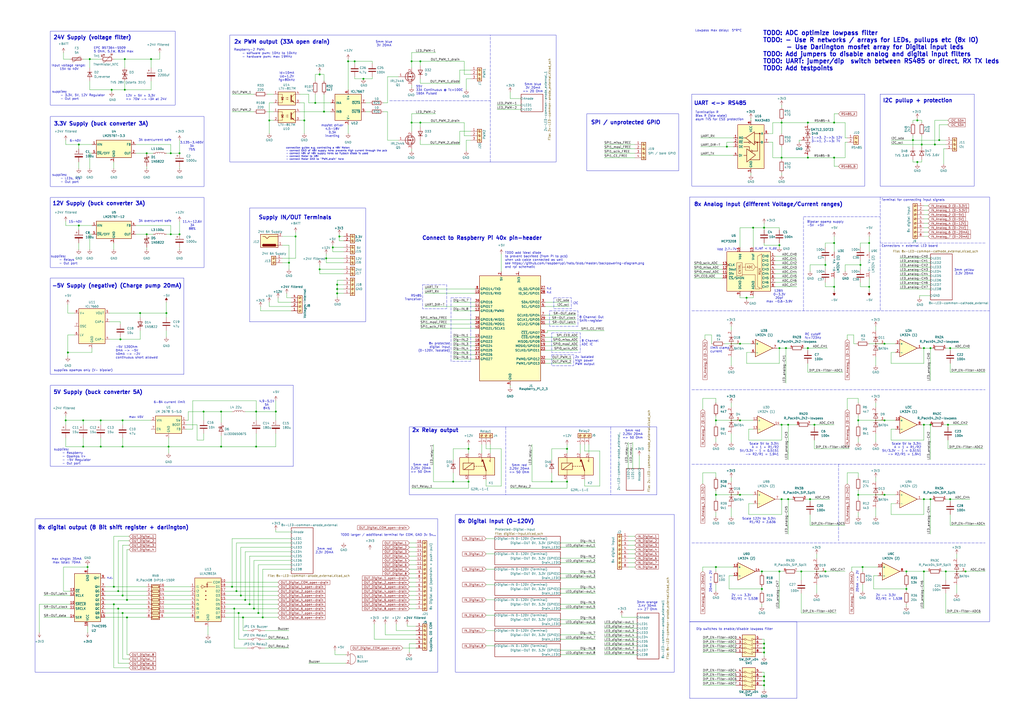
<source format=kicad_sch>
(kicad_sch
	(version 20231120)
	(generator "eeschema")
	(generator_version "8.0")
	(uuid "af4d11a6-73e1-4c39-a25e-5fe7dfa07237")
	(paper "A2")
	
	(junction
		(at 139.7 345.44)
		(diameter 0)
		(color 0 0 0 0)
		(uuid "01a8e618-7e14-4882-9136-a12536116a47")
	)
	(junction
		(at 48.26 259.08)
		(diameter 0)
		(color 0 0 0 0)
		(uuid "04e54955-95ed-4070-adbb-7cee1b2c7a8b")
	)
	(junction
		(at 135.89 353.06)
		(diameter 0)
		(color 0 0 0 0)
		(uuid "05eca1c0-0042-44d8-82a8-b1f48175c33d")
	)
	(junction
		(at 483.87 91.44)
		(diameter 0)
		(color 0 0 0 0)
		(uuid "06f335d7-63de-4572-a20a-022b6c7f93c9")
	)
	(junction
		(at 542.29 83.82)
		(diameter 0)
		(color 0 0 0 0)
		(uuid "072c8fc6-89d0-4715-8ea4-dd9134761f17")
	)
	(junction
		(at 529.59 81.28)
		(diameter 0)
		(color 0 0 0 0)
		(uuid "07823899-5798-4592-8eff-8b1fe5858f30")
	)
	(junction
		(at 210.82 45.72)
		(diameter 0)
		(color 0 0 0 0)
		(uuid "0c7b1ae2-c684-4906-92c2-8dfa0b9613b9")
	)
	(junction
		(at 182.88 59.69)
		(diameter 0)
		(color 0 0 0 0)
		(uuid "0eedc99b-ff42-4961-8286-6066dee5c8fe")
	)
	(junction
		(at 504.19 140.97)
		(diameter 0)
		(color 0 0 0 0)
		(uuid "0f3fa599-affa-44c6-8b85-24ce12db14ea")
	)
	(junction
		(at 66.04 340.36)
		(diameter 0)
		(color 0 0 0 0)
		(uuid "10026633-9ac7-4b72-aa53-10151f42da81")
	)
	(junction
		(at 71.12 243.84)
		(diameter 0)
		(color 0 0 0 0)
		(uuid "105d8991-ac05-4276-b194-5060bc474cf0")
	)
	(junction
		(at 176.53 69.85)
		(diameter 0)
		(color 0 0 0 0)
		(uuid "11580b8b-6675-41d3-b33d-e1ed958eda93")
	)
	(junction
		(at 152.4 358.14)
		(diameter 0)
		(color 0 0 0 0)
		(uuid "119c3b35-4b9f-4318-9220-02559deba15e")
	)
	(junction
		(at 185.42 43.18)
		(diameter 0)
		(color 0 0 0 0)
		(uuid "14ee932b-b4bf-415b-ab21-01e0b930417b")
	)
	(junction
		(at 513.08 243.84)
		(diameter 0)
		(color 0 0 0 0)
		(uuid "14fcd33f-6a27-4b5c-bd8a-16602ae94ce3")
	)
	(junction
		(at 39.37 204.47)
		(diameter 0)
		(color 0 0 0 0)
		(uuid "16107448-b037-4021-a9bb-1fb19d6f36c7")
	)
	(junction
		(at 468.63 71.12)
		(diameter 0)
		(color 0 0 0 0)
		(uuid "1827b75e-5515-4844-a399-117e6918fd73")
	)
	(junction
		(at 532.13 93.98)
		(diameter 0)
		(color 0 0 0 0)
		(uuid "1c476741-4a7f-44e7-a84a-5b0fc50d1df8")
	)
	(junction
		(at 72.39 52.07)
		(diameter 0)
		(color 0 0 0 0)
		(uuid "1ca1e8b3-a925-433d-8b97-4bcdb1b98a40")
	)
	(junction
		(at 483.87 166.37)
		(diameter 0)
		(color 0 0 0 0)
		(uuid "1f83392c-f6f4-4c47-92c7-6541609902a5")
	)
	(junction
		(at 504.19 166.37)
		(diameter 0)
		(color 0 0 0 0)
		(uuid "1ff1815a-ddb0-4907-bed1-18b8fe5665e3")
	)
	(junction
		(at 457.2 246.38)
		(diameter 0)
		(color 0 0 0 0)
		(uuid "209182a8-b4b9-40cd-b5b2-bd90b860e927")
	)
	(junction
		(at 271.78 260.35)
		(diameter 0)
		(color 0 0 0 0)
		(uuid "213f96fc-26d9-4cf1-83bd-f4336ef00b81")
	)
	(junction
		(at 320.04 279.4)
		(diameter 0)
		(color 0 0 0 0)
		(uuid "236f3f4e-76e9-4351-baf1-7665cdb427aa")
	)
	(junction
		(at 144.78 350.52)
		(diameter 0)
		(color 0 0 0 0)
		(uuid "24719f92-8210-4aa7-b4fb-885fcf560860")
	)
	(junction
		(at 128.27 238.76)
		(diameter 0)
		(color 0 0 0 0)
		(uuid "28045595-b22a-4b06-9953-9f52298bbfc3")
	)
	(junction
		(at 238.76 35.56)
		(diameter 0)
		(color 0 0 0 0)
		(uuid "2a544a35-89e9-4403-a76e-deca404b0df4")
	)
	(junction
		(at 453.39 71.12)
		(diameter 0)
		(color 0 0 0 0)
		(uuid "2d47b40e-d23f-458b-8bda-f40f4a63d16c")
	)
	(junction
		(at 457.2 289.56)
		(diameter 0)
		(color 0 0 0 0)
		(uuid "2ec783c1-8b84-46a4-83e0-9e6bdd9d83e1")
	)
	(junction
		(at 415.29 287.02)
		(diameter 0)
		(color 0 0 0 0)
		(uuid "2f3e2706-66a2-4ddc-84d7-d0f87e408bee")
	)
	(junction
		(at 429.26 199.39)
		(diameter 0)
		(color 0 0 0 0)
		(uuid "322a1d28-d972-4b68-a81b-9e541f249074")
	)
	(junction
		(at 52.07 34.29)
		(diameter 0)
		(color 0 0 0 0)
		(uuid "323916cf-5786-4346-bdcd-89c81cb32737")
	)
	(junction
		(at 171.45 137.16)
		(diameter 0)
		(color 0 0 0 0)
		(uuid "36c7ffc8-59d3-497b-8dce-a7b0d2f66aca")
	)
	(junction
		(at 185.42 156.21)
		(diameter 0)
		(color 0 0 0 0)
		(uuid "36d68065-ce7c-4d04-bfc0-73baed985380")
	)
	(junction
		(at 48.26 243.84)
		(diameter 0)
		(color 0 0 0 0)
		(uuid "383ef42e-22d7-43b3-89d3-2af42737728c")
	)
	(junction
		(at 535.94 246.38)
		(diameter 0)
		(color 0 0 0 0)
		(uuid "3ae78f7f-94a6-4485-a6b5-d7ce73e1abef")
	)
	(junction
		(at 513.08 199.39)
		(diameter 0)
		(color 0 0 0 0)
		(uuid "3b4b0fd5-c991-4a1b-b89c-c6b2bfe001ca")
	)
	(junction
		(at 50.8 328.93)
		(diameter 0)
		(color 0 0 0 0)
		(uuid "3c754c5e-b249-46c4-9d05-9f550316aca5")
	)
	(junction
		(at 196.85 137.16)
		(diameter 0)
		(color 0 0 0 0)
		(uuid "4165b357-897a-49f2-9ef7-d976d8e6b00f")
	)
	(junction
		(at 58.42 243.84)
		(diameter 0)
		(color 0 0 0 0)
		(uuid "422bc740-9691-4697-b466-286d91cb40aa")
	)
	(junction
		(at 443.23 132.08)
		(diameter 0)
		(color 0 0 0 0)
		(uuid "42f8f2a2-d4f1-4f85-a7f3-af76fd15f334")
	)
	(junction
		(at 81.28 181.61)
		(diameter 0)
		(color 0 0 0 0)
		(uuid "49b65474-3c4a-461b-8a68-40a6b20540ce")
	)
	(junction
		(at 535.94 201.93)
		(diameter 0)
		(color 0 0 0 0)
		(uuid "4c28afa4-cb18-4457-bfd3-5c53dabd8baa")
	)
	(junction
		(at 66.04 350.52)
		(diameter 0)
		(color 0 0 0 0)
		(uuid "4dd49bce-72c0-4885-aaa1-4fc2ceee5ed9")
	)
	(junction
		(at 433.07 172.72)
		(diameter 0)
		(color 0 0 0 0)
		(uuid "4e57230f-aabe-47d0-b863-f2adc3d1ffe4")
	)
	(junction
		(at 551.18 289.56)
		(diameter 0)
		(color 0 0 0 0)
		(uuid "5350fbf4-d95b-437a-9686-20f0bf58d3a4")
	)
	(junction
		(at 534.67 83.82)
		(diameter 0)
		(color 0 0 0 0)
		(uuid "53d66afe-70cb-456e-9b1b-03e37a30427c")
	)
	(junction
		(at 535.94 289.56)
		(diameter 0)
		(color 0 0 0 0)
		(uuid "5453c15f-3da7-498f-b4d4-eefd4a32800e")
	)
	(junction
		(at 71.12 259.08)
		(diameter 0)
		(color 0 0 0 0)
		(uuid "548e2dfb-04f2-4d21-ab49-d803782e4bea")
	)
	(junction
		(at 478.79 153.67)
		(diameter 0)
		(color 0 0 0 0)
		(uuid "55a82554-799d-4bb3-8181-718182c3900f")
	)
	(junction
		(at 497.84 243.84)
		(diameter 0)
		(color 0 0 0 0)
		(uuid "57a339c8-b411-45ff-a169-a3416d23d890")
	)
	(junction
		(at 328.93 279.4)
		(diameter 0)
		(color 0 0 0 0)
		(uuid "58641e9a-dfea-4a17-a599-d3f20704b922")
	)
	(junction
		(at 104.14 135.89)
		(diameter 0)
		(color 0 0 0 0)
		(uuid "5b0eb3d4-c4be-4d9b-9e7b-ef02c7a05fa6")
	)
	(junction
		(at 535.94 331.47)
		(diameter 0)
		(color 0 0 0 0)
		(uuid "5ebeab69-b597-43d2-ab3a-c72fec21131d")
	)
	(junction
		(at 500.38 328.93)
		(diameter 0)
		(color 0 0 0 0)
		(uuid "5fbe9979-8f7b-4932-9184-a4d03c15d4fe")
	)
	(junction
		(at 472.44 246.38)
		(diameter 0)
		(color 0 0 0 0)
		(uuid "5fd46808-879e-44b8-af18-96d3e87ab16f")
	)
	(junction
		(at 104.14 88.9)
		(diameter 0)
		(color 0 0 0 0)
		(uuid "6030d6cb-547f-4627-bb7a-29b5d50e2d7c")
	)
	(junction
		(at 532.13 69.85)
		(diameter 0)
		(color 0 0 0 0)
		(uuid "60649139-4bdd-472e-9af5-360b27505cfe")
	)
	(junction
		(at 45.72 83.82)
		(diameter 0)
		(color 0 0 0 0)
		(uuid "61300700-7a6f-4cf0-89e3-de24251aaf76")
	)
	(junction
		(at 525.78 331.47)
		(diameter 0)
		(color 0 0 0 0)
		(uuid "67352b46-f9e5-4f25-b773-3d42ff5e5699")
	)
	(junction
		(at 189.23 149.86)
		(diameter 0)
		(color 0 0 0 0)
		(uuid "6cf7d574-f4cc-4d2d-aaa4-333b42743989")
	)
	(junction
		(at 415.29 328.93)
		(diameter 0)
		(color 0 0 0 0)
		(uuid "6e2b59ba-643e-42d5-abe7-fae3afd30e18")
	)
	(junction
		(at 201.93 35.56)
		(diameter 0)
		(color 0 0 0 0)
		(uuid "6f8dae14-e5bb-4ed3-8136-992dd6b276bb")
	)
	(junction
		(at 436.88 132.08)
		(diameter 0)
		(color 0 0 0 0)
		(uuid "71c80c36-cea0-487c-bcb3-ac90e6cf6909")
	)
	(junction
		(at 99.06 135.89)
		(diameter 0)
		(color 0 0 0 0)
		(uuid "72aa6fa5-05f9-4fb4-9b06-f61f0b76719e")
	)
	(junction
		(at 497.84 287.02)
		(diameter 0)
		(color 0 0 0 0)
		(uuid "72cd6455-fb65-4b52-8421-80100f0ddc8f")
	)
	(junction
		(at 68.58 342.9)
		(diameter 0)
		(color 0 0 0 0)
		(uuid "751fb691-f4d4-4afb-8c99-237d44216e6a")
	)
	(junction
		(at 142.24 347.98)
		(diameter 0)
		(color 0 0 0 0)
		(uuid "75331210-328d-4b01-a051-ab734c1e4329")
	)
	(junction
		(at 160.02 238.76)
		(diameter 0)
		(color 0 0 0 0)
		(uuid "75c001cd-17a9-469a-b125-e6fab77c80b6")
	)
	(junction
		(at 452.12 142.24)
		(diameter 0)
		(color 0 0 0 0)
		(uuid "7b6a19d9-d84c-4ace-9ad2-e52657e5669a")
	)
	(junction
		(at 539.75 201.93)
		(diameter 0)
		(color 0 0 0 0)
		(uuid "7c4690e7-c7bf-4226-a178-dc9e53dc51ed")
	)
	(junction
		(at 96.52 181.61)
		(diameter 0)
		(color 0 0 0 0)
		(uuid "7e3134f9-4b48-4e64-b337-949ca5145048")
	)
	(junction
		(at 167.64 152.4)
		(diameter 0)
		(color 0 0 0 0)
		(uuid "7e34b571-ccc5-431c-9beb-4c51058dace2")
	)
	(junction
		(at 441.96 331.47)
		(diameter 0)
		(color 0 0 0 0)
		(uuid "7eee6ae0-e862-4cf5-a20a-077da3b5824a")
	)
	(junction
		(at 468.63 201.93)
		(diameter 0)
		(color 0 0 0 0)
		(uuid "85be4b5b-1dd3-4429-a51f-714f415e4cb3")
	)
	(junction
		(at 513.08 287.02)
		(diameter 0)
		(color 0 0 0 0)
		(uuid "86f80d78-9680-4044-9ea8-382a544e1180")
	)
	(junction
		(at 58.42 259.08)
		(diameter 0)
		(color 0 0 0 0)
		(uuid "8858408f-f194-4c4f-bd3d-5f79bdeb0f2d")
	)
	(junction
		(at 195.58 165.1)
		(diameter 0)
		(color 0 0 0 0)
		(uuid "88c2711e-5b03-40e9-b711-09a368eecd39")
	)
	(junction
		(at 148.59 259.08)
		(diameter 0)
		(color 0 0 0 0)
		(uuid "89ab178e-a455-4ee1-9c37-6616d82dbbfd")
	)
	(junction
		(at 99.06 88.9)
		(diameter 0)
		(color 0 0 0 0)
		(uuid "8a14436b-3658-4869-9928-b6970ddfd0dd")
	)
	(junction
		(at 499.11 153.67)
		(diameter 0)
		(color 0 0 0 0)
		(uuid "8e2b91a7-a806-46dd-8017-558f66a7d5aa")
	)
	(junction
		(at 205.74 35.56)
		(diameter 0)
		(color 0 0 0 0)
		(uuid "900094c6-ad82-42ce-b9e4-bbff1fbd4f7d")
	)
	(junction
		(at 539.75 246.38)
		(diameter 0)
		(color 0 0 0 0)
		(uuid "9857da2e-fa86-4979-a30f-81191067da5a")
	)
	(junction
		(at 443.23 373.38)
		(diameter 0)
		(color 0 0 0 0)
		(uuid "98c11e17-da75-489b-919d-abd5b90d75d6")
	)
	(junction
		(at 443.23 397.51)
		(diameter 0)
		(color 0 0 0 0)
		(uuid "9905ae76-43d5-46fd-ab04-63b3bd0b1c1a")
	)
	(junction
		(at 45.72 130.81)
		(diameter 0)
		(color 0 0 0 0)
		(uuid "9ce26f46-c13d-457f-b7ea-3cb9a3964209")
	)
	(junction
		(at 87.63 34.29)
		(diameter 0)
		(color 0 0 0 0)
		(uuid "9e5cf790-7802-46af-ab1e-37a6016aa652")
	)
	(junction
		(at 525.78 341.63)
		(diameter 0)
		(color 0 0 0 0)
		(uuid "9f9cd4a1-53b7-4b90-939d-1f42f0144daf")
	)
	(junction
		(at 71.12 345.44)
		(diameter 0)
		(color 0 0 0 0)
		(uuid "a02a0c35-7237-4690-930d-ae7d81a03d46")
	)
	(junction
		(at 429.26 287.02)
		(diameter 0)
		(color 0 0 0 0)
		(uuid "a0fb1850-0f46-4c36-b798-547b535c42df")
	)
	(junction
		(at 148.59 238.76)
		(diameter 0)
		(color 0 0 0 0)
		(uuid "a1035066-f2bd-42c1-b35e-660253af95e6")
	)
	(junction
		(at 156.21 69.85)
		(diameter 0)
		(color 0 0 0 0)
		(uuid "a156600e-b17b-40ee-9338-2875dd6af119")
	)
	(junction
		(at 38.1 243.84)
		(diameter 0)
		(color 0 0 0 0)
		(uuid "a1588343-c251-454b-b53e-fff8eaaaa3ac")
	)
	(junction
		(at 443.23 378.46)
		(diameter 0)
		(color 0 0 0 0)
		(uuid "a2aaf358-b70a-40ed-8891-c2b838783341")
	)
	(junction
		(at 421.64 85.09)
		(diameter 0)
		(color 0 0 0 0)
		(uuid "a3b0547d-f7ce-442b-817a-271db96a0661")
	)
	(junction
		(at 539.75 289.56)
		(diameter 0)
		(color 0 0 0 0)
		(uuid "a647ae42-673a-4b30-ba91-f5c0de2d1fb1")
	)
	(junction
		(at 415.29 243.84)
		(diameter 0)
		(color 0 0 0 0)
		(uuid "a8916f2a-3760-4408-a711-e8008e50a42d")
	)
	(junction
		(at 469.9 289.56)
		(diameter 0)
		(color 0 0 0 0)
		(uuid "a8b20a5e-2fbe-4704-8e22-2faf27846df8")
	)
	(junction
		(at 549.91 246.38)
		(diameter 0)
		(color 0 0 0 0)
		(uuid "aad29792-d123-4844-9da8-1df2be24a9d5")
	)
	(junction
		(at 262.89 279.4)
		(diameter 0)
		(color 0 0 0 0)
		(uuid "ac1970be-fc9a-493a-b832-4f526b5d8a6f")
	)
	(junction
		(at 544.83 81.28)
		(diameter 0)
		(color 0 0 0 0)
		(uuid "ac4ac232-9a0f-4efe-bd40-aa7c1fcbaeed")
	)
	(junction
		(at 64.77 52.07)
		(diameter 0)
		(color 0 0 0 0)
		(uuid "aec62089-2d46-4a73-8fe2-9440797f680d")
	)
	(junction
		(at 193.04 143.51)
		(diameter 0)
		(color 0 0 0 0)
		(uuid "afe0a47e-780f-4d3f-922b-cf183727c03c")
	)
	(junction
		(at 140.97 358.14)
		(diameter 0)
		(color 0 0 0 0)
		(uuid "b03b65c9-d63a-4b4e-b4bc-bfd5bb85047b")
	)
	(junction
		(at 128.27 259.08)
		(diameter 0)
		(color 0 0 0 0)
		(uuid "b129a554-6918-436f-b908-937c28939470")
	)
	(junction
		(at 137.16 342.9)
		(diameter 0)
		(color 0 0 0 0)
		(uuid "b2e04b3a-0203-4e9b-b5fb-44711c9651f5")
	)
	(junction
		(at 195.58 167.64)
		(diameter 0)
		(color 0 0 0 0)
		(uuid "b2e8f750-2b92-45ce-8a68-634998755450")
	)
	(junction
		(at 85.09 135.89)
		(diameter 0)
		(color 0 0 0 0)
		(uuid "b75be159-2e10-4f46-b206-2354b78b9157")
	)
	(junction
		(at 483.87 71.12)
		(diameter 0)
		(color 0 0 0 0)
		(uuid "b75f83a7-ff43-422c-8aef-b23c65dc9f58")
	)
	(junction
		(at 429.26 243.84)
		(diameter 0)
		(color 0 0 0 0)
		(uuid "b8cbbf2c-6947-4c47-a76a-df98369a49e2")
	)
	(junction
		(at 441.96 341.63)
		(diameter 0)
		(color 0 0 0 0)
		(uuid "bc0e8895-a168-4b32-a3ae-032222041331")
	)
	(junction
		(at 85.09 88.9)
		(diameter 0)
		(color 0 0 0 0)
		(uuid "bcb07714-ac5e-4281-b3c3-552386782e56")
	)
	(junction
		(at 328.93 260.35)
		(diameter 0)
		(color 0 0 0 0)
		(uuid "c25e2208-2d4a-4a5d-b1b6-520bc7405c20")
	)
	(junction
		(at 71.12 355.6)
		(diameter 0)
		(color 0 0 0 0)
		(uuid "c2a7d60c-8406-4629-9f9f-20facc991908")
	)
	(junction
		(at 238.76 71.12)
		(diameter 0)
		(color 0 0 0 0)
		(uuid "c583ebaa-dbb1-42bf-9503-cd46d9d9c934")
	)
	(junction
		(at 464.82 331.47)
		(diameter 0)
		(color 0 0 0 0)
		(uuid "c6fd9455-a40f-495c-b522-dad68ccccb40")
	)
	(junction
		(at 68.58 353.06)
		(diameter 0)
		(color 0 0 0 0)
		(uuid "c7252f51-5593-44ea-9ef0-15644cb2b836")
	)
	(junction
		(at 478.79 331.47)
		(diameter 0)
		(color 0 0 0 0)
		(uuid "c7d2abe6-56ee-45d0-91ba-2bdad49697be")
	)
	(junction
		(at 551.18 201.93)
		(diameter 0)
		(color 0 0 0 0)
		(uuid "c9a1a788-271b-4313-91ac-1eb41a1be2d1")
	)
	(junction
		(at 73.66 347.98)
		(diameter 0)
		(color 0 0 0 0)
		(uuid "ca97fd06-a20b-4255-9402-c6f0775648c9")
	)
	(junction
		(at 560.07 331.47)
		(diameter 0)
		(color 0 0 0 0)
		(uuid "cb011434-a4b0-4556-a812-d331c49ca2c1")
	)
	(junction
		(at 149.86 355.6)
		(diameter 0)
		(color 0 0 0 0)
		(uuid "cdb7cae5-fc07-4bbc-8ee6-837fb3913bf1")
	)
	(junction
		(at 452.12 331.47)
		(diameter 0)
		(color 0 0 0 0)
		(uuid "d3002e4b-d3e1-40cc-9b8a-5d2c7334c6dd")
	)
	(junction
		(at 443.23 394.97)
		(diameter 0)
		(color 0 0 0 0)
		(uuid "d3c25f2f-519c-4e8a-bf2d-451e91de8263")
	
... [542121 chars truncated]
</source>
